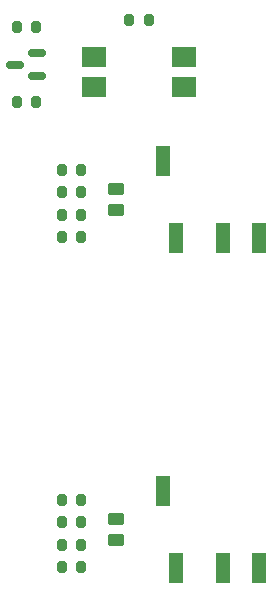
<source format=gtp>
G04 #@! TF.GenerationSoftware,KiCad,Pcbnew,(6.0.0-0)*
G04 #@! TF.CreationDate,2022-06-20T09:50:28+02:00*
G04 #@! TF.ProjectId,prototype-1,70726f74-6f74-4797-9065-2d312e6b6963,rev?*
G04 #@! TF.SameCoordinates,Original*
G04 #@! TF.FileFunction,Paste,Top*
G04 #@! TF.FilePolarity,Positive*
%FSLAX46Y46*%
G04 Gerber Fmt 4.6, Leading zero omitted, Abs format (unit mm)*
G04 Created by KiCad (PCBNEW (6.0.0-0)) date 2022-06-20 09:50:28*
%MOMM*%
%LPD*%
G01*
G04 APERTURE LIST*
G04 Aperture macros list*
%AMRoundRect*
0 Rectangle with rounded corners*
0 $1 Rounding radius*
0 $2 $3 $4 $5 $6 $7 $8 $9 X,Y pos of 4 corners*
0 Add a 4 corners polygon primitive as box body*
4,1,4,$2,$3,$4,$5,$6,$7,$8,$9,$2,$3,0*
0 Add four circle primitives for the rounded corners*
1,1,$1+$1,$2,$3*
1,1,$1+$1,$4,$5*
1,1,$1+$1,$6,$7*
1,1,$1+$1,$8,$9*
0 Add four rect primitives between the rounded corners*
20,1,$1+$1,$2,$3,$4,$5,0*
20,1,$1+$1,$4,$5,$6,$7,0*
20,1,$1+$1,$6,$7,$8,$9,0*
20,1,$1+$1,$8,$9,$2,$3,0*%
G04 Aperture macros list end*
%ADD10RoundRect,0.250000X-0.450000X0.262500X-0.450000X-0.262500X0.450000X-0.262500X0.450000X0.262500X0*%
%ADD11RoundRect,0.200000X-0.200000X-0.275000X0.200000X-0.275000X0.200000X0.275000X-0.200000X0.275000X0*%
%ADD12R,2.000000X1.780000*%
%ADD13R,1.200000X2.500000*%
%ADD14RoundRect,0.200000X0.200000X0.275000X-0.200000X0.275000X-0.200000X-0.275000X0.200000X-0.275000X0*%
%ADD15RoundRect,0.150000X0.587500X0.150000X-0.587500X0.150000X-0.587500X-0.150000X0.587500X-0.150000X0*%
G04 APERTURE END LIST*
D10*
X173990000Y-82907500D03*
X173990000Y-84732500D03*
D11*
X169355000Y-81280000D03*
X171005000Y-81280000D03*
D12*
X179705000Y-74295000D03*
X179705000Y-71755000D03*
X172085000Y-71755000D03*
X172085000Y-74295000D03*
D11*
X165545000Y-75565000D03*
X167195000Y-75565000D03*
D13*
X183055000Y-87070000D03*
X186055000Y-87070000D03*
X177955000Y-80570000D03*
X179055000Y-87070000D03*
D14*
X171005000Y-114935000D03*
X169355000Y-114935000D03*
D13*
X183055000Y-115010000D03*
X186055000Y-115010000D03*
X177955000Y-108510000D03*
X179055000Y-115010000D03*
D14*
X176720000Y-68580000D03*
X175070000Y-68580000D03*
D11*
X169355000Y-109220000D03*
X171005000Y-109220000D03*
X165545000Y-69215000D03*
X167195000Y-69215000D03*
X169355000Y-113030000D03*
X171005000Y-113030000D03*
D14*
X171005000Y-83185000D03*
X169355000Y-83185000D03*
D11*
X169355000Y-85090000D03*
X171005000Y-85090000D03*
D14*
X171005000Y-86995000D03*
X169355000Y-86995000D03*
D10*
X173990000Y-110847500D03*
X173990000Y-112672500D03*
D15*
X167307500Y-73340000D03*
X167307500Y-71440000D03*
X165432500Y-72390000D03*
D14*
X171005000Y-111125000D03*
X169355000Y-111125000D03*
M02*

</source>
